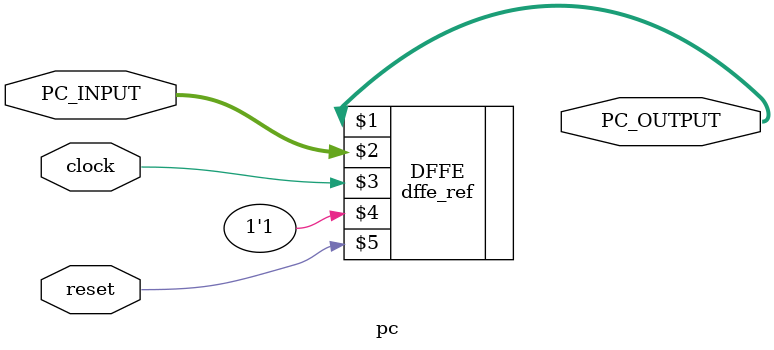
<source format=v>
module pc(clock, reset, PC_INPUT, PC_OUTPUT);
   //Inputs
	input clock, reset;
	input [31:0] PC_INPUT;
	
	//Output
	output [31:0] PC_OUTPUT;
	
	
	//pc update
	dffe_ref DFFE(PC_OUTPUT, PC_INPUT, clock, 1'b1, reset);
	
endmodule

</source>
